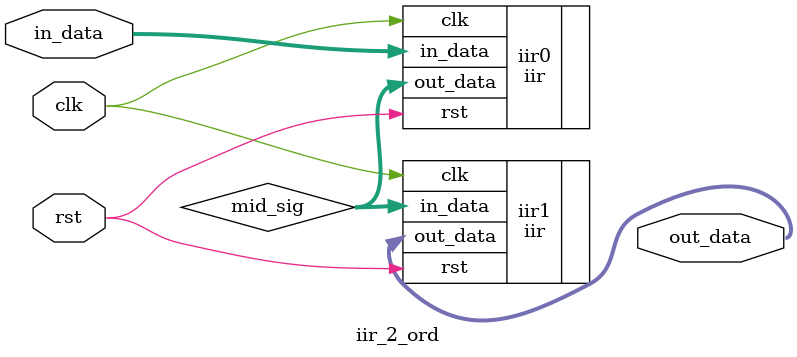
<source format=v>
module iir_2_ord(
input clk, rst,
input signed [9:0]in_data,
output wire signed [9:0]out_data
);

wire signed [9:0]mid_sig;

iir iir0(
.clk(clk),
.rst(rst),
.in_data(in_data),
.out_data(mid_sig)
);

iir iir1(
.clk(clk),
.rst(rst),
.in_data(mid_sig),
.out_data(out_data)
);

endmodule
</source>
